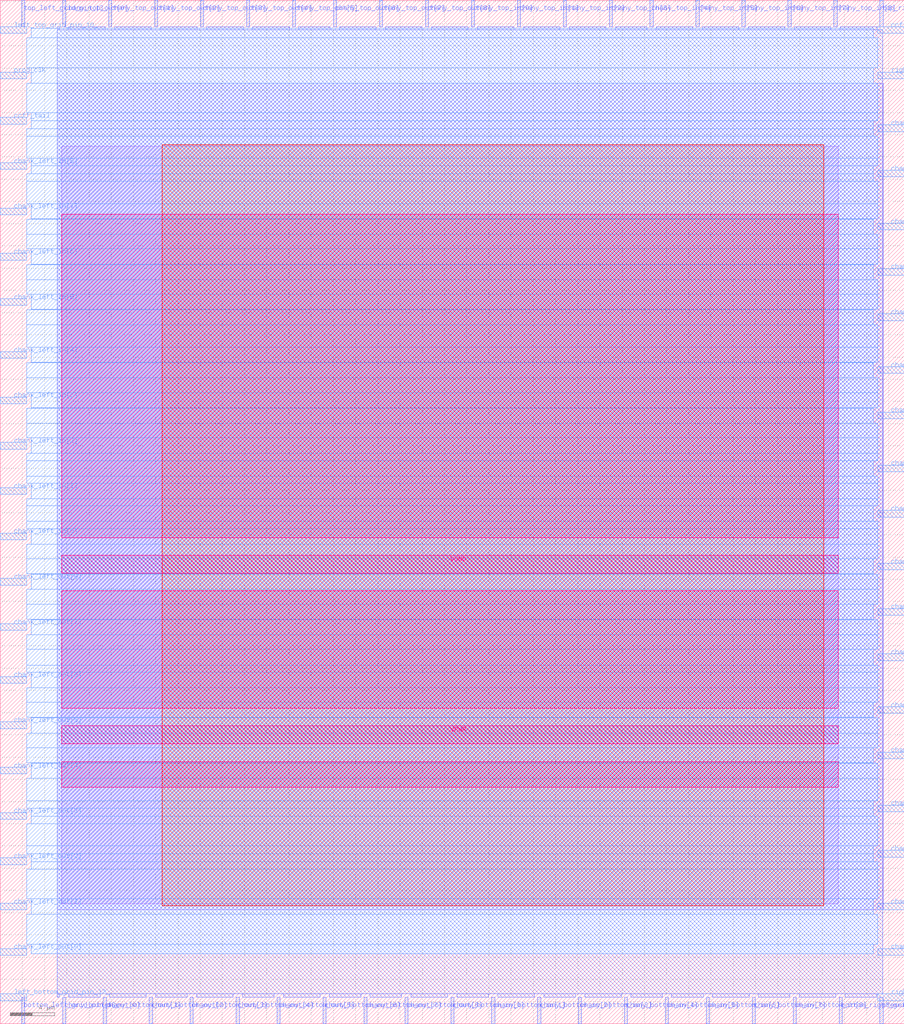
<source format=lef>
VERSION 5.7 ;
  NOWIREEXTENSIONATPIN ON ;
  DIVIDERCHAR "/" ;
  BUSBITCHARS "[]" ;
MACRO sb_1__1_
  CLASS BLOCK ;
  FOREIGN sb_1__1_ ;
  ORIGIN 0.000 0.000 ;
  SIZE 81.395 BY 92.115 ;
  PIN bottom_left_grid_pin_13_
    DIRECTION INPUT ;
    PORT
      LAYER met2 ;
        RECT 1.930 0.000 2.210 2.400 ;
    END
  END bottom_left_grid_pin_13_
  PIN bottom_right_grid_pin_11_
    DIRECTION INPUT ;
    PORT
      LAYER met2 ;
        RECT 75.530 0.000 75.810 2.400 ;
    END
  END bottom_right_grid_pin_11_
  PIN ccff_head
    DIRECTION INPUT ;
    PORT
      LAYER met3 ;
        RECT 78.995 89.120 81.395 89.720 ;
    END
  END ccff_head
  PIN ccff_tail
    DIRECTION OUTPUT TRISTATE ;
    PORT
      LAYER met3 ;
        RECT 0.000 80.960 2.400 81.560 ;
    END
  END ccff_tail
  PIN chanx_left_in[0]
    DIRECTION INPUT ;
    PORT
      LAYER met3 ;
        RECT 0.000 43.560 2.400 44.160 ;
    END
  END chanx_left_in[0]
  PIN chanx_left_in[1]
    DIRECTION INPUT ;
    PORT
      LAYER met3 ;
        RECT 0.000 47.640 2.400 48.240 ;
    END
  END chanx_left_in[1]
  PIN chanx_left_in[2]
    DIRECTION INPUT ;
    PORT
      LAYER met3 ;
        RECT 0.000 51.720 2.400 52.320 ;
    END
  END chanx_left_in[2]
  PIN chanx_left_in[3]
    DIRECTION INPUT ;
    PORT
      LAYER met3 ;
        RECT 0.000 55.800 2.400 56.400 ;
    END
  END chanx_left_in[3]
  PIN chanx_left_in[4]
    DIRECTION INPUT ;
    PORT
      LAYER met3 ;
        RECT 0.000 59.880 2.400 60.480 ;
    END
  END chanx_left_in[4]
  PIN chanx_left_in[5]
    DIRECTION INPUT ;
    PORT
      LAYER met3 ;
        RECT 0.000 64.640 2.400 65.240 ;
    END
  END chanx_left_in[5]
  PIN chanx_left_in[6]
    DIRECTION INPUT ;
    PORT
      LAYER met3 ;
        RECT 0.000 68.720 2.400 69.320 ;
    END
  END chanx_left_in[6]
  PIN chanx_left_in[7]
    DIRECTION INPUT ;
    PORT
      LAYER met3 ;
        RECT 0.000 72.800 2.400 73.400 ;
    END
  END chanx_left_in[7]
  PIN chanx_left_in[8]
    DIRECTION INPUT ;
    PORT
      LAYER met3 ;
        RECT 0.000 76.880 2.400 77.480 ;
    END
  END chanx_left_in[8]
  PIN chanx_left_out[0]
    DIRECTION OUTPUT TRISTATE ;
    PORT
      LAYER met3 ;
        RECT 0.000 6.160 2.400 6.760 ;
    END
  END chanx_left_out[0]
  PIN chanx_left_out[1]
    DIRECTION OUTPUT TRISTATE ;
    PORT
      LAYER met3 ;
        RECT 0.000 10.240 2.400 10.840 ;
    END
  END chanx_left_out[1]
  PIN chanx_left_out[2]
    DIRECTION OUTPUT TRISTATE ;
    PORT
      LAYER met3 ;
        RECT 0.000 14.320 2.400 14.920 ;
    END
  END chanx_left_out[2]
  PIN chanx_left_out[3]
    DIRECTION OUTPUT TRISTATE ;
    PORT
      LAYER met3 ;
        RECT 0.000 18.400 2.400 19.000 ;
    END
  END chanx_left_out[3]
  PIN chanx_left_out[4]
    DIRECTION OUTPUT TRISTATE ;
    PORT
      LAYER met3 ;
        RECT 0.000 22.480 2.400 23.080 ;
    END
  END chanx_left_out[4]
  PIN chanx_left_out[5]
    DIRECTION OUTPUT TRISTATE ;
    PORT
      LAYER met3 ;
        RECT 0.000 26.560 2.400 27.160 ;
    END
  END chanx_left_out[5]
  PIN chanx_left_out[6]
    DIRECTION OUTPUT TRISTATE ;
    PORT
      LAYER met3 ;
        RECT 0.000 30.640 2.400 31.240 ;
    END
  END chanx_left_out[6]
  PIN chanx_left_out[7]
    DIRECTION OUTPUT TRISTATE ;
    PORT
      LAYER met3 ;
        RECT 0.000 35.400 2.400 36.000 ;
    END
  END chanx_left_out[7]
  PIN chanx_left_out[8]
    DIRECTION OUTPUT TRISTATE ;
    PORT
      LAYER met3 ;
        RECT 0.000 39.480 2.400 40.080 ;
    END
  END chanx_left_out[8]
  PIN chanx_right_in[0]
    DIRECTION INPUT ;
    PORT
      LAYER met3 ;
        RECT 78.995 45.600 81.395 46.200 ;
    END
  END chanx_right_in[0]
  PIN chanx_right_in[1]
    DIRECTION INPUT ;
    PORT
      LAYER met3 ;
        RECT 78.995 49.680 81.395 50.280 ;
    END
  END chanx_right_in[1]
  PIN chanx_right_in[2]
    DIRECTION INPUT ;
    PORT
      LAYER met3 ;
        RECT 78.995 54.440 81.395 55.040 ;
    END
  END chanx_right_in[2]
  PIN chanx_right_in[3]
    DIRECTION INPUT ;
    PORT
      LAYER met3 ;
        RECT 78.995 58.520 81.395 59.120 ;
    END
  END chanx_right_in[3]
  PIN chanx_right_in[4]
    DIRECTION INPUT ;
    PORT
      LAYER met3 ;
        RECT 78.995 63.280 81.395 63.880 ;
    END
  END chanx_right_in[4]
  PIN chanx_right_in[5]
    DIRECTION INPUT ;
    PORT
      LAYER met3 ;
        RECT 78.995 67.360 81.395 67.960 ;
    END
  END chanx_right_in[5]
  PIN chanx_right_in[6]
    DIRECTION INPUT ;
    PORT
      LAYER met3 ;
        RECT 78.995 71.440 81.395 72.040 ;
    END
  END chanx_right_in[6]
  PIN chanx_right_in[7]
    DIRECTION INPUT ;
    PORT
      LAYER met3 ;
        RECT 78.995 76.200 81.395 76.800 ;
    END
  END chanx_right_in[7]
  PIN chanx_right_in[8]
    DIRECTION INPUT ;
    PORT
      LAYER met3 ;
        RECT 78.995 80.280 81.395 80.880 ;
    END
  END chanx_right_in[8]
  PIN chanx_right_out[0]
    DIRECTION OUTPUT TRISTATE ;
    PORT
      LAYER met3 ;
        RECT 78.995 6.160 81.395 6.760 ;
    END
  END chanx_right_out[0]
  PIN chanx_right_out[1]
    DIRECTION OUTPUT TRISTATE ;
    PORT
      LAYER met3 ;
        RECT 78.995 10.240 81.395 10.840 ;
    END
  END chanx_right_out[1]
  PIN chanx_right_out[2]
    DIRECTION OUTPUT TRISTATE ;
    PORT
      LAYER met3 ;
        RECT 78.995 15.000 81.395 15.600 ;
    END
  END chanx_right_out[2]
  PIN chanx_right_out[3]
    DIRECTION OUTPUT TRISTATE ;
    PORT
      LAYER met3 ;
        RECT 78.995 19.080 81.395 19.680 ;
    END
  END chanx_right_out[3]
  PIN chanx_right_out[4]
    DIRECTION OUTPUT TRISTATE ;
    PORT
      LAYER met3 ;
        RECT 78.995 23.840 81.395 24.440 ;
    END
  END chanx_right_out[4]
  PIN chanx_right_out[5]
    DIRECTION OUTPUT TRISTATE ;
    PORT
      LAYER met3 ;
        RECT 78.995 27.920 81.395 28.520 ;
    END
  END chanx_right_out[5]
  PIN chanx_right_out[6]
    DIRECTION OUTPUT TRISTATE ;
    PORT
      LAYER met3 ;
        RECT 78.995 32.680 81.395 33.280 ;
    END
  END chanx_right_out[6]
  PIN chanx_right_out[7]
    DIRECTION OUTPUT TRISTATE ;
    PORT
      LAYER met3 ;
        RECT 78.995 36.760 81.395 37.360 ;
    END
  END chanx_right_out[7]
  PIN chanx_right_out[8]
    DIRECTION OUTPUT TRISTATE ;
    PORT
      LAYER met3 ;
        RECT 78.995 40.840 81.395 41.440 ;
    END
  END chanx_right_out[8]
  PIN chany_bottom_in[0]
    DIRECTION INPUT ;
    PORT
      LAYER met2 ;
        RECT 40.570 0.000 40.850 2.400 ;
    END
  END chany_bottom_in[0]
  PIN chany_bottom_in[1]
    DIRECTION INPUT ;
    PORT
      LAYER met2 ;
        RECT 44.250 0.000 44.530 2.400 ;
    END
  END chany_bottom_in[1]
  PIN chany_bottom_in[2]
    DIRECTION INPUT ;
    PORT
      LAYER met2 ;
        RECT 48.390 0.000 48.670 2.400 ;
    END
  END chany_bottom_in[2]
  PIN chany_bottom_in[3]
    DIRECTION INPUT ;
    PORT
      LAYER met2 ;
        RECT 52.070 0.000 52.350 2.400 ;
    END
  END chany_bottom_in[3]
  PIN chany_bottom_in[4]
    DIRECTION INPUT ;
    PORT
      LAYER met2 ;
        RECT 56.210 0.000 56.490 2.400 ;
    END
  END chany_bottom_in[4]
  PIN chany_bottom_in[5]
    DIRECTION INPUT ;
    PORT
      LAYER met2 ;
        RECT 59.890 0.000 60.170 2.400 ;
    END
  END chany_bottom_in[5]
  PIN chany_bottom_in[6]
    DIRECTION INPUT ;
    PORT
      LAYER met2 ;
        RECT 63.570 0.000 63.850 2.400 ;
    END
  END chany_bottom_in[6]
  PIN chany_bottom_in[7]
    DIRECTION INPUT ;
    PORT
      LAYER met2 ;
        RECT 67.710 0.000 67.990 2.400 ;
    END
  END chany_bottom_in[7]
  PIN chany_bottom_in[8]
    DIRECTION INPUT ;
    PORT
      LAYER met2 ;
        RECT 71.390 0.000 71.670 2.400 ;
    END
  END chany_bottom_in[8]
  PIN chany_bottom_out[0]
    DIRECTION OUTPUT TRISTATE ;
    PORT
      LAYER met2 ;
        RECT 5.610 0.000 5.890 2.400 ;
    END
  END chany_bottom_out[0]
  PIN chany_bottom_out[1]
    DIRECTION OUTPUT TRISTATE ;
    PORT
      LAYER met2 ;
        RECT 9.290 0.000 9.570 2.400 ;
    END
  END chany_bottom_out[1]
  PIN chany_bottom_out[2]
    DIRECTION OUTPUT TRISTATE ;
    PORT
      LAYER met2 ;
        RECT 13.430 0.000 13.710 2.400 ;
    END
  END chany_bottom_out[2]
  PIN chany_bottom_out[3]
    DIRECTION OUTPUT TRISTATE ;
    PORT
      LAYER met2 ;
        RECT 17.110 0.000 17.390 2.400 ;
    END
  END chany_bottom_out[3]
  PIN chany_bottom_out[4]
    DIRECTION OUTPUT TRISTATE ;
    PORT
      LAYER met2 ;
        RECT 21.250 0.000 21.530 2.400 ;
    END
  END chany_bottom_out[4]
  PIN chany_bottom_out[5]
    DIRECTION OUTPUT TRISTATE ;
    PORT
      LAYER met2 ;
        RECT 24.930 0.000 25.210 2.400 ;
    END
  END chany_bottom_out[5]
  PIN chany_bottom_out[6]
    DIRECTION OUTPUT TRISTATE ;
    PORT
      LAYER met2 ;
        RECT 29.070 0.000 29.350 2.400 ;
    END
  END chany_bottom_out[6]
  PIN chany_bottom_out[7]
    DIRECTION OUTPUT TRISTATE ;
    PORT
      LAYER met2 ;
        RECT 32.750 0.000 33.030 2.400 ;
    END
  END chany_bottom_out[7]
  PIN chany_bottom_out[8]
    DIRECTION OUTPUT TRISTATE ;
    PORT
      LAYER met2 ;
        RECT 36.430 0.000 36.710 2.400 ;
    END
  END chany_bottom_out[8]
  PIN chany_top_in[0]
    DIRECTION INPUT ;
    PORT
      LAYER met2 ;
        RECT 42.410 89.715 42.690 92.115 ;
    END
  END chany_top_in[0]
  PIN chany_top_in[1]
    DIRECTION INPUT ;
    PORT
      LAYER met2 ;
        RECT 46.550 89.715 46.830 92.115 ;
    END
  END chany_top_in[1]
  PIN chany_top_in[2]
    DIRECTION INPUT ;
    PORT
      LAYER met2 ;
        RECT 50.690 89.715 50.970 92.115 ;
    END
  END chany_top_in[2]
  PIN chany_top_in[3]
    DIRECTION INPUT ;
    PORT
      LAYER met2 ;
        RECT 54.830 89.715 55.110 92.115 ;
    END
  END chany_top_in[3]
  PIN chany_top_in[4]
    DIRECTION INPUT ;
    PORT
      LAYER met2 ;
        RECT 58.510 89.715 58.790 92.115 ;
    END
  END chany_top_in[4]
  PIN chany_top_in[5]
    DIRECTION INPUT ;
    PORT
      LAYER met2 ;
        RECT 62.650 89.715 62.930 92.115 ;
    END
  END chany_top_in[5]
  PIN chany_top_in[6]
    DIRECTION INPUT ;
    PORT
      LAYER met2 ;
        RECT 66.790 89.715 67.070 92.115 ;
    END
  END chany_top_in[6]
  PIN chany_top_in[7]
    DIRECTION INPUT ;
    PORT
      LAYER met2 ;
        RECT 70.930 89.715 71.210 92.115 ;
    END
  END chany_top_in[7]
  PIN chany_top_in[8]
    DIRECTION INPUT ;
    PORT
      LAYER met2 ;
        RECT 75.070 89.715 75.350 92.115 ;
    END
  END chany_top_in[8]
  PIN chany_top_out[0]
    DIRECTION OUTPUT TRISTATE ;
    PORT
      LAYER met2 ;
        RECT 5.610 89.715 5.890 92.115 ;
    END
  END chany_top_out[0]
  PIN chany_top_out[1]
    DIRECTION OUTPUT TRISTATE ;
    PORT
      LAYER met2 ;
        RECT 9.750 89.715 10.030 92.115 ;
    END
  END chany_top_out[1]
  PIN chany_top_out[2]
    DIRECTION OUTPUT TRISTATE ;
    PORT
      LAYER met2 ;
        RECT 13.890 89.715 14.170 92.115 ;
    END
  END chany_top_out[2]
  PIN chany_top_out[3]
    DIRECTION OUTPUT TRISTATE ;
    PORT
      LAYER met2 ;
        RECT 18.030 89.715 18.310 92.115 ;
    END
  END chany_top_out[3]
  PIN chany_top_out[4]
    DIRECTION OUTPUT TRISTATE ;
    PORT
      LAYER met2 ;
        RECT 22.170 89.715 22.450 92.115 ;
    END
  END chany_top_out[4]
  PIN chany_top_out[5]
    DIRECTION OUTPUT TRISTATE ;
    PORT
      LAYER met2 ;
        RECT 26.310 89.715 26.590 92.115 ;
    END
  END chany_top_out[5]
  PIN chany_top_out[6]
    DIRECTION OUTPUT TRISTATE ;
    PORT
      LAYER met2 ;
        RECT 29.990 89.715 30.270 92.115 ;
    END
  END chany_top_out[6]
  PIN chany_top_out[7]
    DIRECTION OUTPUT TRISTATE ;
    PORT
      LAYER met2 ;
        RECT 34.130 89.715 34.410 92.115 ;
    END
  END chany_top_out[7]
  PIN chany_top_out[8]
    DIRECTION OUTPUT TRISTATE ;
    PORT
      LAYER met2 ;
        RECT 38.270 89.715 38.550 92.115 ;
    END
  END chany_top_out[8]
  PIN left_bottom_grid_pin_12_
    DIRECTION INPUT ;
    PORT
      LAYER met3 ;
        RECT 0.000 2.080 2.400 2.680 ;
    END
  END left_bottom_grid_pin_12_
  PIN left_top_grid_pin_10_
    DIRECTION INPUT ;
    PORT
      LAYER met3 ;
        RECT 0.000 89.120 2.400 89.720 ;
    END
  END left_top_grid_pin_10_
  PIN pReset
    DIRECTION INPUT ;
    PORT
      LAYER met2 ;
        RECT 79.210 0.000 79.490 2.400 ;
    END
  END pReset
  PIN prog_clk
    DIRECTION INPUT ;
    PORT
      LAYER met3 ;
        RECT 0.000 85.040 2.400 85.640 ;
    END
  END prog_clk
  PIN right_bottom_grid_pin_12_
    DIRECTION INPUT ;
    PORT
      LAYER met3 ;
        RECT 78.995 2.080 81.395 2.680 ;
    END
  END right_bottom_grid_pin_12_
  PIN right_top_grid_pin_10_
    DIRECTION INPUT ;
    PORT
      LAYER met3 ;
        RECT 78.995 85.040 81.395 85.640 ;
    END
  END right_top_grid_pin_10_
  PIN top_left_grid_pin_13_
    DIRECTION INPUT ;
    PORT
      LAYER met2 ;
        RECT 1.930 89.715 2.210 92.115 ;
    END
  END top_left_grid_pin_13_
  PIN top_right_grid_pin_11_
    DIRECTION INPUT ;
    PORT
      LAYER met2 ;
        RECT 79.210 89.715 79.490 92.115 ;
    END
  END top_right_grid_pin_11_
  PIN VPWR
    DIRECTION INPUT ;
    USE POWER ;
    PORT
      LAYER met5 ;
        RECT 5.520 25.195 75.440 26.795 ;
    END
  END VPWR
  PIN VGND
    DIRECTION INPUT ;
    USE GROUND ;
    PORT
      LAYER met5 ;
        RECT 5.520 40.545 75.440 42.145 ;
    END
  END VGND
  OBS
      LAYER li1 ;
        RECT 5.520 10.795 75.440 78.965 ;
      LAYER met1 ;
        RECT 5.130 10.240 79.510 84.620 ;
      LAYER met2 ;
        RECT 5.150 89.435 5.330 89.715 ;
        RECT 6.170 89.435 9.470 89.715 ;
        RECT 10.310 89.435 13.610 89.715 ;
        RECT 14.450 89.435 17.750 89.715 ;
        RECT 18.590 89.435 21.890 89.715 ;
        RECT 22.730 89.435 26.030 89.715 ;
        RECT 26.870 89.435 29.710 89.715 ;
        RECT 30.550 89.435 33.850 89.715 ;
        RECT 34.690 89.435 37.990 89.715 ;
        RECT 38.830 89.435 42.130 89.715 ;
        RECT 42.970 89.435 46.270 89.715 ;
        RECT 47.110 89.435 50.410 89.715 ;
        RECT 51.250 89.435 54.550 89.715 ;
        RECT 55.390 89.435 58.230 89.715 ;
        RECT 59.070 89.435 62.370 89.715 ;
        RECT 63.210 89.435 66.510 89.715 ;
        RECT 67.350 89.435 70.650 89.715 ;
        RECT 71.490 89.435 74.790 89.715 ;
        RECT 75.630 89.435 78.930 89.715 ;
        RECT 5.150 2.680 79.480 89.435 ;
        RECT 5.150 2.400 5.330 2.680 ;
        RECT 6.170 2.400 9.010 2.680 ;
        RECT 9.850 2.400 13.150 2.680 ;
        RECT 13.990 2.400 16.830 2.680 ;
        RECT 17.670 2.400 20.970 2.680 ;
        RECT 21.810 2.400 24.650 2.680 ;
        RECT 25.490 2.400 28.790 2.680 ;
        RECT 29.630 2.400 32.470 2.680 ;
        RECT 33.310 2.400 36.150 2.680 ;
        RECT 36.990 2.400 40.290 2.680 ;
        RECT 41.130 2.400 43.970 2.680 ;
        RECT 44.810 2.400 48.110 2.680 ;
        RECT 48.950 2.400 51.790 2.680 ;
        RECT 52.630 2.400 55.930 2.680 ;
        RECT 56.770 2.400 59.610 2.680 ;
        RECT 60.450 2.400 63.290 2.680 ;
        RECT 64.130 2.400 67.430 2.680 ;
        RECT 68.270 2.400 71.110 2.680 ;
        RECT 71.950 2.400 75.250 2.680 ;
        RECT 76.090 2.400 78.930 2.680 ;
      LAYER met3 ;
        RECT 2.800 88.720 78.595 89.585 ;
        RECT 2.400 86.040 78.995 88.720 ;
        RECT 2.800 84.640 78.595 86.040 ;
        RECT 2.400 81.960 78.995 84.640 ;
        RECT 2.800 81.280 78.995 81.960 ;
        RECT 2.800 80.560 78.595 81.280 ;
        RECT 2.400 79.880 78.595 80.560 ;
        RECT 2.400 77.880 78.995 79.880 ;
        RECT 2.800 77.200 78.995 77.880 ;
        RECT 2.800 76.480 78.595 77.200 ;
        RECT 2.400 75.800 78.595 76.480 ;
        RECT 2.400 73.800 78.995 75.800 ;
        RECT 2.800 72.440 78.995 73.800 ;
        RECT 2.800 72.400 78.595 72.440 ;
        RECT 2.400 71.040 78.595 72.400 ;
        RECT 2.400 69.720 78.995 71.040 ;
        RECT 2.800 68.360 78.995 69.720 ;
        RECT 2.800 68.320 78.595 68.360 ;
        RECT 2.400 66.960 78.595 68.320 ;
        RECT 2.400 65.640 78.995 66.960 ;
        RECT 2.800 64.280 78.995 65.640 ;
        RECT 2.800 64.240 78.595 64.280 ;
        RECT 2.400 62.880 78.595 64.240 ;
        RECT 2.400 60.880 78.995 62.880 ;
        RECT 2.800 59.520 78.995 60.880 ;
        RECT 2.800 59.480 78.595 59.520 ;
        RECT 2.400 58.120 78.595 59.480 ;
        RECT 2.400 56.800 78.995 58.120 ;
        RECT 2.800 55.440 78.995 56.800 ;
        RECT 2.800 55.400 78.595 55.440 ;
        RECT 2.400 54.040 78.595 55.400 ;
        RECT 2.400 52.720 78.995 54.040 ;
        RECT 2.800 51.320 78.995 52.720 ;
        RECT 2.400 50.680 78.995 51.320 ;
        RECT 2.400 49.280 78.595 50.680 ;
        RECT 2.400 48.640 78.995 49.280 ;
        RECT 2.800 47.240 78.995 48.640 ;
        RECT 2.400 46.600 78.995 47.240 ;
        RECT 2.400 45.200 78.595 46.600 ;
        RECT 2.400 44.560 78.995 45.200 ;
        RECT 2.800 43.160 78.995 44.560 ;
        RECT 2.400 41.840 78.995 43.160 ;
        RECT 2.400 40.480 78.595 41.840 ;
        RECT 2.800 40.440 78.595 40.480 ;
        RECT 2.800 39.080 78.995 40.440 ;
        RECT 2.400 37.760 78.995 39.080 ;
        RECT 2.400 36.400 78.595 37.760 ;
        RECT 2.800 36.360 78.595 36.400 ;
        RECT 2.800 35.000 78.995 36.360 ;
        RECT 2.400 33.680 78.995 35.000 ;
        RECT 2.400 32.280 78.595 33.680 ;
        RECT 2.400 31.640 78.995 32.280 ;
        RECT 2.800 30.240 78.995 31.640 ;
        RECT 2.400 28.920 78.995 30.240 ;
        RECT 2.400 27.560 78.595 28.920 ;
        RECT 2.800 27.520 78.595 27.560 ;
        RECT 2.800 26.160 78.995 27.520 ;
        RECT 2.400 24.840 78.995 26.160 ;
        RECT 2.400 23.480 78.595 24.840 ;
        RECT 2.800 23.440 78.595 23.480 ;
        RECT 2.800 22.080 78.995 23.440 ;
        RECT 2.400 20.080 78.995 22.080 ;
        RECT 2.400 19.400 78.595 20.080 ;
        RECT 2.800 18.680 78.595 19.400 ;
        RECT 2.800 18.000 78.995 18.680 ;
        RECT 2.400 16.000 78.995 18.000 ;
        RECT 2.400 15.320 78.595 16.000 ;
        RECT 2.800 14.600 78.595 15.320 ;
        RECT 2.800 13.920 78.995 14.600 ;
        RECT 2.400 11.240 78.995 13.920 ;
        RECT 2.800 9.840 78.595 11.240 ;
        RECT 2.400 7.160 78.995 9.840 ;
        RECT 2.800 6.295 78.595 7.160 ;
      LAYER met4 ;
        RECT 14.590 10.640 74.150 79.120 ;
      LAYER met5 ;
        RECT 5.520 43.745 75.440 72.850 ;
        RECT 5.520 28.395 75.440 38.945 ;
        RECT 5.520 21.300 75.440 23.595 ;
  END
END sb_1__1_
END LIBRARY


</source>
